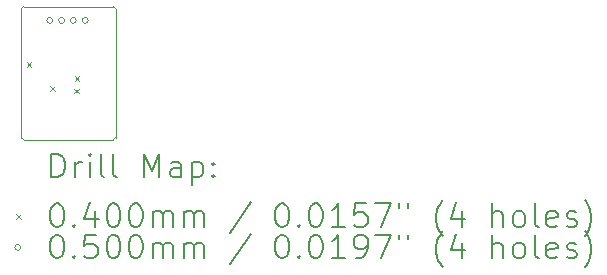
<source format=gbr>
%TF.GenerationSoftware,KiCad,Pcbnew,7.0.5-1.fc38*%
%TF.CreationDate,2023-07-07T14:29:09-04:00*%
%TF.ProjectId,bno085-i2c-board-v3-square,626e6f30-3835-42d6-9932-632d626f6172,rev?*%
%TF.SameCoordinates,Original*%
%TF.FileFunction,Drillmap*%
%TF.FilePolarity,Positive*%
%FSLAX45Y45*%
G04 Gerber Fmt 4.5, Leading zero omitted, Abs format (unit mm)*
G04 Created by KiCad (PCBNEW 7.0.5-1.fc38) date 2023-07-07 14:29:09*
%MOMM*%
%LPD*%
G01*
G04 APERTURE LIST*
%ADD10C,0.100000*%
%ADD11C,0.200000*%
%ADD12C,0.040000*%
%ADD13C,0.050000*%
G04 APERTURE END LIST*
D10*
X7240000Y-7490000D02*
G75*
G03*
X7260000Y-7470000I0J20000D01*
G01*
X7240000Y-6360000D02*
X6480000Y-6360000D01*
X6460000Y-7470000D02*
X6460000Y-6380000D01*
X7260000Y-6380000D02*
G75*
G03*
X7240000Y-6360000I-20000J0D01*
G01*
X7240000Y-7490000D02*
X6480000Y-7490000D01*
X6480000Y-6360000D02*
G75*
G03*
X6460000Y-6380000I0J-20000D01*
G01*
X6460000Y-7470000D02*
G75*
G03*
X6480000Y-7490000I20000J0D01*
G01*
X7260000Y-7470000D02*
X7260000Y-6380000D01*
D11*
D12*
X6505000Y-6830000D02*
X6545000Y-6870000D01*
X6545000Y-6830000D02*
X6505000Y-6870000D01*
X6705000Y-7036200D02*
X6745000Y-7076200D01*
X6745000Y-7036200D02*
X6705000Y-7076200D01*
X6905000Y-7055000D02*
X6945000Y-7095000D01*
X6945000Y-7055000D02*
X6905000Y-7095000D01*
X6912587Y-6946487D02*
X6952587Y-6986487D01*
X6952587Y-6946487D02*
X6912587Y-6986487D01*
D13*
X6725934Y-6477000D02*
G75*
G03*
X6725934Y-6477000I-25000J0D01*
G01*
X6825934Y-6477000D02*
G75*
G03*
X6825934Y-6477000I-25000J0D01*
G01*
X6925934Y-6477000D02*
G75*
G03*
X6925934Y-6477000I-25000J0D01*
G01*
X7025934Y-6477000D02*
G75*
G03*
X7025934Y-6477000I-25000J0D01*
G01*
D11*
X6715777Y-7806484D02*
X6715777Y-7606484D01*
X6715777Y-7606484D02*
X6763396Y-7606484D01*
X6763396Y-7606484D02*
X6791967Y-7616008D01*
X6791967Y-7616008D02*
X6811015Y-7635055D01*
X6811015Y-7635055D02*
X6820539Y-7654103D01*
X6820539Y-7654103D02*
X6830062Y-7692198D01*
X6830062Y-7692198D02*
X6830062Y-7720769D01*
X6830062Y-7720769D02*
X6820539Y-7758865D01*
X6820539Y-7758865D02*
X6811015Y-7777912D01*
X6811015Y-7777912D02*
X6791967Y-7796960D01*
X6791967Y-7796960D02*
X6763396Y-7806484D01*
X6763396Y-7806484D02*
X6715777Y-7806484D01*
X6915777Y-7806484D02*
X6915777Y-7673150D01*
X6915777Y-7711246D02*
X6925301Y-7692198D01*
X6925301Y-7692198D02*
X6934824Y-7682674D01*
X6934824Y-7682674D02*
X6953872Y-7673150D01*
X6953872Y-7673150D02*
X6972920Y-7673150D01*
X7039586Y-7806484D02*
X7039586Y-7673150D01*
X7039586Y-7606484D02*
X7030062Y-7616008D01*
X7030062Y-7616008D02*
X7039586Y-7625531D01*
X7039586Y-7625531D02*
X7049110Y-7616008D01*
X7049110Y-7616008D02*
X7039586Y-7606484D01*
X7039586Y-7606484D02*
X7039586Y-7625531D01*
X7163396Y-7806484D02*
X7144348Y-7796960D01*
X7144348Y-7796960D02*
X7134824Y-7777912D01*
X7134824Y-7777912D02*
X7134824Y-7606484D01*
X7268158Y-7806484D02*
X7249110Y-7796960D01*
X7249110Y-7796960D02*
X7239586Y-7777912D01*
X7239586Y-7777912D02*
X7239586Y-7606484D01*
X7496729Y-7806484D02*
X7496729Y-7606484D01*
X7496729Y-7606484D02*
X7563396Y-7749341D01*
X7563396Y-7749341D02*
X7630062Y-7606484D01*
X7630062Y-7606484D02*
X7630062Y-7806484D01*
X7811015Y-7806484D02*
X7811015Y-7701722D01*
X7811015Y-7701722D02*
X7801491Y-7682674D01*
X7801491Y-7682674D02*
X7782443Y-7673150D01*
X7782443Y-7673150D02*
X7744348Y-7673150D01*
X7744348Y-7673150D02*
X7725301Y-7682674D01*
X7811015Y-7796960D02*
X7791967Y-7806484D01*
X7791967Y-7806484D02*
X7744348Y-7806484D01*
X7744348Y-7806484D02*
X7725301Y-7796960D01*
X7725301Y-7796960D02*
X7715777Y-7777912D01*
X7715777Y-7777912D02*
X7715777Y-7758865D01*
X7715777Y-7758865D02*
X7725301Y-7739817D01*
X7725301Y-7739817D02*
X7744348Y-7730293D01*
X7744348Y-7730293D02*
X7791967Y-7730293D01*
X7791967Y-7730293D02*
X7811015Y-7720769D01*
X7906253Y-7673150D02*
X7906253Y-7873150D01*
X7906253Y-7682674D02*
X7925301Y-7673150D01*
X7925301Y-7673150D02*
X7963396Y-7673150D01*
X7963396Y-7673150D02*
X7982443Y-7682674D01*
X7982443Y-7682674D02*
X7991967Y-7692198D01*
X7991967Y-7692198D02*
X8001491Y-7711246D01*
X8001491Y-7711246D02*
X8001491Y-7768388D01*
X8001491Y-7768388D02*
X7991967Y-7787436D01*
X7991967Y-7787436D02*
X7982443Y-7796960D01*
X7982443Y-7796960D02*
X7963396Y-7806484D01*
X7963396Y-7806484D02*
X7925301Y-7806484D01*
X7925301Y-7806484D02*
X7906253Y-7796960D01*
X8087205Y-7787436D02*
X8096729Y-7796960D01*
X8096729Y-7796960D02*
X8087205Y-7806484D01*
X8087205Y-7806484D02*
X8077682Y-7796960D01*
X8077682Y-7796960D02*
X8087205Y-7787436D01*
X8087205Y-7787436D02*
X8087205Y-7806484D01*
X8087205Y-7682674D02*
X8096729Y-7692198D01*
X8096729Y-7692198D02*
X8087205Y-7701722D01*
X8087205Y-7701722D02*
X8077682Y-7692198D01*
X8077682Y-7692198D02*
X8087205Y-7682674D01*
X8087205Y-7682674D02*
X8087205Y-7701722D01*
D12*
X6415000Y-8115000D02*
X6455000Y-8155000D01*
X6455000Y-8115000D02*
X6415000Y-8155000D01*
D11*
X6753872Y-8026484D02*
X6772920Y-8026484D01*
X6772920Y-8026484D02*
X6791967Y-8036008D01*
X6791967Y-8036008D02*
X6801491Y-8045531D01*
X6801491Y-8045531D02*
X6811015Y-8064579D01*
X6811015Y-8064579D02*
X6820539Y-8102674D01*
X6820539Y-8102674D02*
X6820539Y-8150293D01*
X6820539Y-8150293D02*
X6811015Y-8188388D01*
X6811015Y-8188388D02*
X6801491Y-8207436D01*
X6801491Y-8207436D02*
X6791967Y-8216960D01*
X6791967Y-8216960D02*
X6772920Y-8226484D01*
X6772920Y-8226484D02*
X6753872Y-8226484D01*
X6753872Y-8226484D02*
X6734824Y-8216960D01*
X6734824Y-8216960D02*
X6725301Y-8207436D01*
X6725301Y-8207436D02*
X6715777Y-8188388D01*
X6715777Y-8188388D02*
X6706253Y-8150293D01*
X6706253Y-8150293D02*
X6706253Y-8102674D01*
X6706253Y-8102674D02*
X6715777Y-8064579D01*
X6715777Y-8064579D02*
X6725301Y-8045531D01*
X6725301Y-8045531D02*
X6734824Y-8036008D01*
X6734824Y-8036008D02*
X6753872Y-8026484D01*
X6906253Y-8207436D02*
X6915777Y-8216960D01*
X6915777Y-8216960D02*
X6906253Y-8226484D01*
X6906253Y-8226484D02*
X6896729Y-8216960D01*
X6896729Y-8216960D02*
X6906253Y-8207436D01*
X6906253Y-8207436D02*
X6906253Y-8226484D01*
X7087205Y-8093150D02*
X7087205Y-8226484D01*
X7039586Y-8016960D02*
X6991967Y-8159817D01*
X6991967Y-8159817D02*
X7115777Y-8159817D01*
X7230062Y-8026484D02*
X7249110Y-8026484D01*
X7249110Y-8026484D02*
X7268158Y-8036008D01*
X7268158Y-8036008D02*
X7277682Y-8045531D01*
X7277682Y-8045531D02*
X7287205Y-8064579D01*
X7287205Y-8064579D02*
X7296729Y-8102674D01*
X7296729Y-8102674D02*
X7296729Y-8150293D01*
X7296729Y-8150293D02*
X7287205Y-8188388D01*
X7287205Y-8188388D02*
X7277682Y-8207436D01*
X7277682Y-8207436D02*
X7268158Y-8216960D01*
X7268158Y-8216960D02*
X7249110Y-8226484D01*
X7249110Y-8226484D02*
X7230062Y-8226484D01*
X7230062Y-8226484D02*
X7211015Y-8216960D01*
X7211015Y-8216960D02*
X7201491Y-8207436D01*
X7201491Y-8207436D02*
X7191967Y-8188388D01*
X7191967Y-8188388D02*
X7182443Y-8150293D01*
X7182443Y-8150293D02*
X7182443Y-8102674D01*
X7182443Y-8102674D02*
X7191967Y-8064579D01*
X7191967Y-8064579D02*
X7201491Y-8045531D01*
X7201491Y-8045531D02*
X7211015Y-8036008D01*
X7211015Y-8036008D02*
X7230062Y-8026484D01*
X7420539Y-8026484D02*
X7439586Y-8026484D01*
X7439586Y-8026484D02*
X7458634Y-8036008D01*
X7458634Y-8036008D02*
X7468158Y-8045531D01*
X7468158Y-8045531D02*
X7477682Y-8064579D01*
X7477682Y-8064579D02*
X7487205Y-8102674D01*
X7487205Y-8102674D02*
X7487205Y-8150293D01*
X7487205Y-8150293D02*
X7477682Y-8188388D01*
X7477682Y-8188388D02*
X7468158Y-8207436D01*
X7468158Y-8207436D02*
X7458634Y-8216960D01*
X7458634Y-8216960D02*
X7439586Y-8226484D01*
X7439586Y-8226484D02*
X7420539Y-8226484D01*
X7420539Y-8226484D02*
X7401491Y-8216960D01*
X7401491Y-8216960D02*
X7391967Y-8207436D01*
X7391967Y-8207436D02*
X7382443Y-8188388D01*
X7382443Y-8188388D02*
X7372920Y-8150293D01*
X7372920Y-8150293D02*
X7372920Y-8102674D01*
X7372920Y-8102674D02*
X7382443Y-8064579D01*
X7382443Y-8064579D02*
X7391967Y-8045531D01*
X7391967Y-8045531D02*
X7401491Y-8036008D01*
X7401491Y-8036008D02*
X7420539Y-8026484D01*
X7572920Y-8226484D02*
X7572920Y-8093150D01*
X7572920Y-8112198D02*
X7582443Y-8102674D01*
X7582443Y-8102674D02*
X7601491Y-8093150D01*
X7601491Y-8093150D02*
X7630063Y-8093150D01*
X7630063Y-8093150D02*
X7649110Y-8102674D01*
X7649110Y-8102674D02*
X7658634Y-8121722D01*
X7658634Y-8121722D02*
X7658634Y-8226484D01*
X7658634Y-8121722D02*
X7668158Y-8102674D01*
X7668158Y-8102674D02*
X7687205Y-8093150D01*
X7687205Y-8093150D02*
X7715777Y-8093150D01*
X7715777Y-8093150D02*
X7734824Y-8102674D01*
X7734824Y-8102674D02*
X7744348Y-8121722D01*
X7744348Y-8121722D02*
X7744348Y-8226484D01*
X7839586Y-8226484D02*
X7839586Y-8093150D01*
X7839586Y-8112198D02*
X7849110Y-8102674D01*
X7849110Y-8102674D02*
X7868158Y-8093150D01*
X7868158Y-8093150D02*
X7896729Y-8093150D01*
X7896729Y-8093150D02*
X7915777Y-8102674D01*
X7915777Y-8102674D02*
X7925301Y-8121722D01*
X7925301Y-8121722D02*
X7925301Y-8226484D01*
X7925301Y-8121722D02*
X7934824Y-8102674D01*
X7934824Y-8102674D02*
X7953872Y-8093150D01*
X7953872Y-8093150D02*
X7982443Y-8093150D01*
X7982443Y-8093150D02*
X8001491Y-8102674D01*
X8001491Y-8102674D02*
X8011015Y-8121722D01*
X8011015Y-8121722D02*
X8011015Y-8226484D01*
X8401491Y-8016960D02*
X8230063Y-8274103D01*
X8658634Y-8026484D02*
X8677682Y-8026484D01*
X8677682Y-8026484D02*
X8696729Y-8036008D01*
X8696729Y-8036008D02*
X8706253Y-8045531D01*
X8706253Y-8045531D02*
X8715777Y-8064579D01*
X8715777Y-8064579D02*
X8725301Y-8102674D01*
X8725301Y-8102674D02*
X8725301Y-8150293D01*
X8725301Y-8150293D02*
X8715777Y-8188388D01*
X8715777Y-8188388D02*
X8706253Y-8207436D01*
X8706253Y-8207436D02*
X8696729Y-8216960D01*
X8696729Y-8216960D02*
X8677682Y-8226484D01*
X8677682Y-8226484D02*
X8658634Y-8226484D01*
X8658634Y-8226484D02*
X8639587Y-8216960D01*
X8639587Y-8216960D02*
X8630063Y-8207436D01*
X8630063Y-8207436D02*
X8620539Y-8188388D01*
X8620539Y-8188388D02*
X8611015Y-8150293D01*
X8611015Y-8150293D02*
X8611015Y-8102674D01*
X8611015Y-8102674D02*
X8620539Y-8064579D01*
X8620539Y-8064579D02*
X8630063Y-8045531D01*
X8630063Y-8045531D02*
X8639587Y-8036008D01*
X8639587Y-8036008D02*
X8658634Y-8026484D01*
X8811015Y-8207436D02*
X8820539Y-8216960D01*
X8820539Y-8216960D02*
X8811015Y-8226484D01*
X8811015Y-8226484D02*
X8801491Y-8216960D01*
X8801491Y-8216960D02*
X8811015Y-8207436D01*
X8811015Y-8207436D02*
X8811015Y-8226484D01*
X8944348Y-8026484D02*
X8963396Y-8026484D01*
X8963396Y-8026484D02*
X8982444Y-8036008D01*
X8982444Y-8036008D02*
X8991968Y-8045531D01*
X8991968Y-8045531D02*
X9001491Y-8064579D01*
X9001491Y-8064579D02*
X9011015Y-8102674D01*
X9011015Y-8102674D02*
X9011015Y-8150293D01*
X9011015Y-8150293D02*
X9001491Y-8188388D01*
X9001491Y-8188388D02*
X8991968Y-8207436D01*
X8991968Y-8207436D02*
X8982444Y-8216960D01*
X8982444Y-8216960D02*
X8963396Y-8226484D01*
X8963396Y-8226484D02*
X8944348Y-8226484D01*
X8944348Y-8226484D02*
X8925301Y-8216960D01*
X8925301Y-8216960D02*
X8915777Y-8207436D01*
X8915777Y-8207436D02*
X8906253Y-8188388D01*
X8906253Y-8188388D02*
X8896729Y-8150293D01*
X8896729Y-8150293D02*
X8896729Y-8102674D01*
X8896729Y-8102674D02*
X8906253Y-8064579D01*
X8906253Y-8064579D02*
X8915777Y-8045531D01*
X8915777Y-8045531D02*
X8925301Y-8036008D01*
X8925301Y-8036008D02*
X8944348Y-8026484D01*
X9201491Y-8226484D02*
X9087206Y-8226484D01*
X9144348Y-8226484D02*
X9144348Y-8026484D01*
X9144348Y-8026484D02*
X9125301Y-8055055D01*
X9125301Y-8055055D02*
X9106253Y-8074103D01*
X9106253Y-8074103D02*
X9087206Y-8083627D01*
X9382444Y-8026484D02*
X9287206Y-8026484D01*
X9287206Y-8026484D02*
X9277682Y-8121722D01*
X9277682Y-8121722D02*
X9287206Y-8112198D01*
X9287206Y-8112198D02*
X9306253Y-8102674D01*
X9306253Y-8102674D02*
X9353872Y-8102674D01*
X9353872Y-8102674D02*
X9372920Y-8112198D01*
X9372920Y-8112198D02*
X9382444Y-8121722D01*
X9382444Y-8121722D02*
X9391968Y-8140769D01*
X9391968Y-8140769D02*
X9391968Y-8188388D01*
X9391968Y-8188388D02*
X9382444Y-8207436D01*
X9382444Y-8207436D02*
X9372920Y-8216960D01*
X9372920Y-8216960D02*
X9353872Y-8226484D01*
X9353872Y-8226484D02*
X9306253Y-8226484D01*
X9306253Y-8226484D02*
X9287206Y-8216960D01*
X9287206Y-8216960D02*
X9277682Y-8207436D01*
X9458634Y-8026484D02*
X9591968Y-8026484D01*
X9591968Y-8026484D02*
X9506253Y-8226484D01*
X9658634Y-8026484D02*
X9658634Y-8064579D01*
X9734825Y-8026484D02*
X9734825Y-8064579D01*
X10030063Y-8302674D02*
X10020539Y-8293150D01*
X10020539Y-8293150D02*
X10001491Y-8264579D01*
X10001491Y-8264579D02*
X9991968Y-8245531D01*
X9991968Y-8245531D02*
X9982444Y-8216960D01*
X9982444Y-8216960D02*
X9972920Y-8169341D01*
X9972920Y-8169341D02*
X9972920Y-8131246D01*
X9972920Y-8131246D02*
X9982444Y-8083627D01*
X9982444Y-8083627D02*
X9991968Y-8055055D01*
X9991968Y-8055055D02*
X10001491Y-8036008D01*
X10001491Y-8036008D02*
X10020539Y-8007436D01*
X10020539Y-8007436D02*
X10030063Y-7997912D01*
X10191968Y-8093150D02*
X10191968Y-8226484D01*
X10144349Y-8016960D02*
X10096730Y-8159817D01*
X10096730Y-8159817D02*
X10220539Y-8159817D01*
X10449111Y-8226484D02*
X10449111Y-8026484D01*
X10534825Y-8226484D02*
X10534825Y-8121722D01*
X10534825Y-8121722D02*
X10525301Y-8102674D01*
X10525301Y-8102674D02*
X10506253Y-8093150D01*
X10506253Y-8093150D02*
X10477682Y-8093150D01*
X10477682Y-8093150D02*
X10458634Y-8102674D01*
X10458634Y-8102674D02*
X10449111Y-8112198D01*
X10658634Y-8226484D02*
X10639587Y-8216960D01*
X10639587Y-8216960D02*
X10630063Y-8207436D01*
X10630063Y-8207436D02*
X10620539Y-8188388D01*
X10620539Y-8188388D02*
X10620539Y-8131246D01*
X10620539Y-8131246D02*
X10630063Y-8112198D01*
X10630063Y-8112198D02*
X10639587Y-8102674D01*
X10639587Y-8102674D02*
X10658634Y-8093150D01*
X10658634Y-8093150D02*
X10687206Y-8093150D01*
X10687206Y-8093150D02*
X10706253Y-8102674D01*
X10706253Y-8102674D02*
X10715777Y-8112198D01*
X10715777Y-8112198D02*
X10725301Y-8131246D01*
X10725301Y-8131246D02*
X10725301Y-8188388D01*
X10725301Y-8188388D02*
X10715777Y-8207436D01*
X10715777Y-8207436D02*
X10706253Y-8216960D01*
X10706253Y-8216960D02*
X10687206Y-8226484D01*
X10687206Y-8226484D02*
X10658634Y-8226484D01*
X10839587Y-8226484D02*
X10820539Y-8216960D01*
X10820539Y-8216960D02*
X10811015Y-8197912D01*
X10811015Y-8197912D02*
X10811015Y-8026484D01*
X10991968Y-8216960D02*
X10972920Y-8226484D01*
X10972920Y-8226484D02*
X10934825Y-8226484D01*
X10934825Y-8226484D02*
X10915777Y-8216960D01*
X10915777Y-8216960D02*
X10906253Y-8197912D01*
X10906253Y-8197912D02*
X10906253Y-8121722D01*
X10906253Y-8121722D02*
X10915777Y-8102674D01*
X10915777Y-8102674D02*
X10934825Y-8093150D01*
X10934825Y-8093150D02*
X10972920Y-8093150D01*
X10972920Y-8093150D02*
X10991968Y-8102674D01*
X10991968Y-8102674D02*
X11001492Y-8121722D01*
X11001492Y-8121722D02*
X11001492Y-8140769D01*
X11001492Y-8140769D02*
X10906253Y-8159817D01*
X11077682Y-8216960D02*
X11096730Y-8226484D01*
X11096730Y-8226484D02*
X11134825Y-8226484D01*
X11134825Y-8226484D02*
X11153873Y-8216960D01*
X11153873Y-8216960D02*
X11163396Y-8197912D01*
X11163396Y-8197912D02*
X11163396Y-8188388D01*
X11163396Y-8188388D02*
X11153873Y-8169341D01*
X11153873Y-8169341D02*
X11134825Y-8159817D01*
X11134825Y-8159817D02*
X11106253Y-8159817D01*
X11106253Y-8159817D02*
X11087206Y-8150293D01*
X11087206Y-8150293D02*
X11077682Y-8131246D01*
X11077682Y-8131246D02*
X11077682Y-8121722D01*
X11077682Y-8121722D02*
X11087206Y-8102674D01*
X11087206Y-8102674D02*
X11106253Y-8093150D01*
X11106253Y-8093150D02*
X11134825Y-8093150D01*
X11134825Y-8093150D02*
X11153873Y-8102674D01*
X11230063Y-8302674D02*
X11239587Y-8293150D01*
X11239587Y-8293150D02*
X11258634Y-8264579D01*
X11258634Y-8264579D02*
X11268158Y-8245531D01*
X11268158Y-8245531D02*
X11277682Y-8216960D01*
X11277682Y-8216960D02*
X11287206Y-8169341D01*
X11287206Y-8169341D02*
X11287206Y-8131246D01*
X11287206Y-8131246D02*
X11277682Y-8083627D01*
X11277682Y-8083627D02*
X11268158Y-8055055D01*
X11268158Y-8055055D02*
X11258634Y-8036008D01*
X11258634Y-8036008D02*
X11239587Y-8007436D01*
X11239587Y-8007436D02*
X11230063Y-7997912D01*
D13*
X6455000Y-8399000D02*
G75*
G03*
X6455000Y-8399000I-25000J0D01*
G01*
D11*
X6753872Y-8290484D02*
X6772920Y-8290484D01*
X6772920Y-8290484D02*
X6791967Y-8300008D01*
X6791967Y-8300008D02*
X6801491Y-8309531D01*
X6801491Y-8309531D02*
X6811015Y-8328579D01*
X6811015Y-8328579D02*
X6820539Y-8366674D01*
X6820539Y-8366674D02*
X6820539Y-8414293D01*
X6820539Y-8414293D02*
X6811015Y-8452389D01*
X6811015Y-8452389D02*
X6801491Y-8471436D01*
X6801491Y-8471436D02*
X6791967Y-8480960D01*
X6791967Y-8480960D02*
X6772920Y-8490484D01*
X6772920Y-8490484D02*
X6753872Y-8490484D01*
X6753872Y-8490484D02*
X6734824Y-8480960D01*
X6734824Y-8480960D02*
X6725301Y-8471436D01*
X6725301Y-8471436D02*
X6715777Y-8452389D01*
X6715777Y-8452389D02*
X6706253Y-8414293D01*
X6706253Y-8414293D02*
X6706253Y-8366674D01*
X6706253Y-8366674D02*
X6715777Y-8328579D01*
X6715777Y-8328579D02*
X6725301Y-8309531D01*
X6725301Y-8309531D02*
X6734824Y-8300008D01*
X6734824Y-8300008D02*
X6753872Y-8290484D01*
X6906253Y-8471436D02*
X6915777Y-8480960D01*
X6915777Y-8480960D02*
X6906253Y-8490484D01*
X6906253Y-8490484D02*
X6896729Y-8480960D01*
X6896729Y-8480960D02*
X6906253Y-8471436D01*
X6906253Y-8471436D02*
X6906253Y-8490484D01*
X7096729Y-8290484D02*
X7001491Y-8290484D01*
X7001491Y-8290484D02*
X6991967Y-8385722D01*
X6991967Y-8385722D02*
X7001491Y-8376198D01*
X7001491Y-8376198D02*
X7020539Y-8366674D01*
X7020539Y-8366674D02*
X7068158Y-8366674D01*
X7068158Y-8366674D02*
X7087205Y-8376198D01*
X7087205Y-8376198D02*
X7096729Y-8385722D01*
X7096729Y-8385722D02*
X7106253Y-8404770D01*
X7106253Y-8404770D02*
X7106253Y-8452389D01*
X7106253Y-8452389D02*
X7096729Y-8471436D01*
X7096729Y-8471436D02*
X7087205Y-8480960D01*
X7087205Y-8480960D02*
X7068158Y-8490484D01*
X7068158Y-8490484D02*
X7020539Y-8490484D01*
X7020539Y-8490484D02*
X7001491Y-8480960D01*
X7001491Y-8480960D02*
X6991967Y-8471436D01*
X7230062Y-8290484D02*
X7249110Y-8290484D01*
X7249110Y-8290484D02*
X7268158Y-8300008D01*
X7268158Y-8300008D02*
X7277682Y-8309531D01*
X7277682Y-8309531D02*
X7287205Y-8328579D01*
X7287205Y-8328579D02*
X7296729Y-8366674D01*
X7296729Y-8366674D02*
X7296729Y-8414293D01*
X7296729Y-8414293D02*
X7287205Y-8452389D01*
X7287205Y-8452389D02*
X7277682Y-8471436D01*
X7277682Y-8471436D02*
X7268158Y-8480960D01*
X7268158Y-8480960D02*
X7249110Y-8490484D01*
X7249110Y-8490484D02*
X7230062Y-8490484D01*
X7230062Y-8490484D02*
X7211015Y-8480960D01*
X7211015Y-8480960D02*
X7201491Y-8471436D01*
X7201491Y-8471436D02*
X7191967Y-8452389D01*
X7191967Y-8452389D02*
X7182443Y-8414293D01*
X7182443Y-8414293D02*
X7182443Y-8366674D01*
X7182443Y-8366674D02*
X7191967Y-8328579D01*
X7191967Y-8328579D02*
X7201491Y-8309531D01*
X7201491Y-8309531D02*
X7211015Y-8300008D01*
X7211015Y-8300008D02*
X7230062Y-8290484D01*
X7420539Y-8290484D02*
X7439586Y-8290484D01*
X7439586Y-8290484D02*
X7458634Y-8300008D01*
X7458634Y-8300008D02*
X7468158Y-8309531D01*
X7468158Y-8309531D02*
X7477682Y-8328579D01*
X7477682Y-8328579D02*
X7487205Y-8366674D01*
X7487205Y-8366674D02*
X7487205Y-8414293D01*
X7487205Y-8414293D02*
X7477682Y-8452389D01*
X7477682Y-8452389D02*
X7468158Y-8471436D01*
X7468158Y-8471436D02*
X7458634Y-8480960D01*
X7458634Y-8480960D02*
X7439586Y-8490484D01*
X7439586Y-8490484D02*
X7420539Y-8490484D01*
X7420539Y-8490484D02*
X7401491Y-8480960D01*
X7401491Y-8480960D02*
X7391967Y-8471436D01*
X7391967Y-8471436D02*
X7382443Y-8452389D01*
X7382443Y-8452389D02*
X7372920Y-8414293D01*
X7372920Y-8414293D02*
X7372920Y-8366674D01*
X7372920Y-8366674D02*
X7382443Y-8328579D01*
X7382443Y-8328579D02*
X7391967Y-8309531D01*
X7391967Y-8309531D02*
X7401491Y-8300008D01*
X7401491Y-8300008D02*
X7420539Y-8290484D01*
X7572920Y-8490484D02*
X7572920Y-8357150D01*
X7572920Y-8376198D02*
X7582443Y-8366674D01*
X7582443Y-8366674D02*
X7601491Y-8357150D01*
X7601491Y-8357150D02*
X7630063Y-8357150D01*
X7630063Y-8357150D02*
X7649110Y-8366674D01*
X7649110Y-8366674D02*
X7658634Y-8385722D01*
X7658634Y-8385722D02*
X7658634Y-8490484D01*
X7658634Y-8385722D02*
X7668158Y-8366674D01*
X7668158Y-8366674D02*
X7687205Y-8357150D01*
X7687205Y-8357150D02*
X7715777Y-8357150D01*
X7715777Y-8357150D02*
X7734824Y-8366674D01*
X7734824Y-8366674D02*
X7744348Y-8385722D01*
X7744348Y-8385722D02*
X7744348Y-8490484D01*
X7839586Y-8490484D02*
X7839586Y-8357150D01*
X7839586Y-8376198D02*
X7849110Y-8366674D01*
X7849110Y-8366674D02*
X7868158Y-8357150D01*
X7868158Y-8357150D02*
X7896729Y-8357150D01*
X7896729Y-8357150D02*
X7915777Y-8366674D01*
X7915777Y-8366674D02*
X7925301Y-8385722D01*
X7925301Y-8385722D02*
X7925301Y-8490484D01*
X7925301Y-8385722D02*
X7934824Y-8366674D01*
X7934824Y-8366674D02*
X7953872Y-8357150D01*
X7953872Y-8357150D02*
X7982443Y-8357150D01*
X7982443Y-8357150D02*
X8001491Y-8366674D01*
X8001491Y-8366674D02*
X8011015Y-8385722D01*
X8011015Y-8385722D02*
X8011015Y-8490484D01*
X8401491Y-8280960D02*
X8230063Y-8538103D01*
X8658634Y-8290484D02*
X8677682Y-8290484D01*
X8677682Y-8290484D02*
X8696729Y-8300008D01*
X8696729Y-8300008D02*
X8706253Y-8309531D01*
X8706253Y-8309531D02*
X8715777Y-8328579D01*
X8715777Y-8328579D02*
X8725301Y-8366674D01*
X8725301Y-8366674D02*
X8725301Y-8414293D01*
X8725301Y-8414293D02*
X8715777Y-8452389D01*
X8715777Y-8452389D02*
X8706253Y-8471436D01*
X8706253Y-8471436D02*
X8696729Y-8480960D01*
X8696729Y-8480960D02*
X8677682Y-8490484D01*
X8677682Y-8490484D02*
X8658634Y-8490484D01*
X8658634Y-8490484D02*
X8639587Y-8480960D01*
X8639587Y-8480960D02*
X8630063Y-8471436D01*
X8630063Y-8471436D02*
X8620539Y-8452389D01*
X8620539Y-8452389D02*
X8611015Y-8414293D01*
X8611015Y-8414293D02*
X8611015Y-8366674D01*
X8611015Y-8366674D02*
X8620539Y-8328579D01*
X8620539Y-8328579D02*
X8630063Y-8309531D01*
X8630063Y-8309531D02*
X8639587Y-8300008D01*
X8639587Y-8300008D02*
X8658634Y-8290484D01*
X8811015Y-8471436D02*
X8820539Y-8480960D01*
X8820539Y-8480960D02*
X8811015Y-8490484D01*
X8811015Y-8490484D02*
X8801491Y-8480960D01*
X8801491Y-8480960D02*
X8811015Y-8471436D01*
X8811015Y-8471436D02*
X8811015Y-8490484D01*
X8944348Y-8290484D02*
X8963396Y-8290484D01*
X8963396Y-8290484D02*
X8982444Y-8300008D01*
X8982444Y-8300008D02*
X8991968Y-8309531D01*
X8991968Y-8309531D02*
X9001491Y-8328579D01*
X9001491Y-8328579D02*
X9011015Y-8366674D01*
X9011015Y-8366674D02*
X9011015Y-8414293D01*
X9011015Y-8414293D02*
X9001491Y-8452389D01*
X9001491Y-8452389D02*
X8991968Y-8471436D01*
X8991968Y-8471436D02*
X8982444Y-8480960D01*
X8982444Y-8480960D02*
X8963396Y-8490484D01*
X8963396Y-8490484D02*
X8944348Y-8490484D01*
X8944348Y-8490484D02*
X8925301Y-8480960D01*
X8925301Y-8480960D02*
X8915777Y-8471436D01*
X8915777Y-8471436D02*
X8906253Y-8452389D01*
X8906253Y-8452389D02*
X8896729Y-8414293D01*
X8896729Y-8414293D02*
X8896729Y-8366674D01*
X8896729Y-8366674D02*
X8906253Y-8328579D01*
X8906253Y-8328579D02*
X8915777Y-8309531D01*
X8915777Y-8309531D02*
X8925301Y-8300008D01*
X8925301Y-8300008D02*
X8944348Y-8290484D01*
X9201491Y-8490484D02*
X9087206Y-8490484D01*
X9144348Y-8490484D02*
X9144348Y-8290484D01*
X9144348Y-8290484D02*
X9125301Y-8319055D01*
X9125301Y-8319055D02*
X9106253Y-8338103D01*
X9106253Y-8338103D02*
X9087206Y-8347627D01*
X9296729Y-8490484D02*
X9334825Y-8490484D01*
X9334825Y-8490484D02*
X9353872Y-8480960D01*
X9353872Y-8480960D02*
X9363396Y-8471436D01*
X9363396Y-8471436D02*
X9382444Y-8442865D01*
X9382444Y-8442865D02*
X9391968Y-8404770D01*
X9391968Y-8404770D02*
X9391968Y-8328579D01*
X9391968Y-8328579D02*
X9382444Y-8309531D01*
X9382444Y-8309531D02*
X9372920Y-8300008D01*
X9372920Y-8300008D02*
X9353872Y-8290484D01*
X9353872Y-8290484D02*
X9315777Y-8290484D01*
X9315777Y-8290484D02*
X9296729Y-8300008D01*
X9296729Y-8300008D02*
X9287206Y-8309531D01*
X9287206Y-8309531D02*
X9277682Y-8328579D01*
X9277682Y-8328579D02*
X9277682Y-8376198D01*
X9277682Y-8376198D02*
X9287206Y-8395246D01*
X9287206Y-8395246D02*
X9296729Y-8404770D01*
X9296729Y-8404770D02*
X9315777Y-8414293D01*
X9315777Y-8414293D02*
X9353872Y-8414293D01*
X9353872Y-8414293D02*
X9372920Y-8404770D01*
X9372920Y-8404770D02*
X9382444Y-8395246D01*
X9382444Y-8395246D02*
X9391968Y-8376198D01*
X9458634Y-8290484D02*
X9591968Y-8290484D01*
X9591968Y-8290484D02*
X9506253Y-8490484D01*
X9658634Y-8290484D02*
X9658634Y-8328579D01*
X9734825Y-8290484D02*
X9734825Y-8328579D01*
X10030063Y-8566674D02*
X10020539Y-8557150D01*
X10020539Y-8557150D02*
X10001491Y-8528579D01*
X10001491Y-8528579D02*
X9991968Y-8509531D01*
X9991968Y-8509531D02*
X9982444Y-8480960D01*
X9982444Y-8480960D02*
X9972920Y-8433341D01*
X9972920Y-8433341D02*
X9972920Y-8395246D01*
X9972920Y-8395246D02*
X9982444Y-8347627D01*
X9982444Y-8347627D02*
X9991968Y-8319055D01*
X9991968Y-8319055D02*
X10001491Y-8300008D01*
X10001491Y-8300008D02*
X10020539Y-8271436D01*
X10020539Y-8271436D02*
X10030063Y-8261912D01*
X10191968Y-8357150D02*
X10191968Y-8490484D01*
X10144349Y-8280960D02*
X10096730Y-8423817D01*
X10096730Y-8423817D02*
X10220539Y-8423817D01*
X10449111Y-8490484D02*
X10449111Y-8290484D01*
X10534825Y-8490484D02*
X10534825Y-8385722D01*
X10534825Y-8385722D02*
X10525301Y-8366674D01*
X10525301Y-8366674D02*
X10506253Y-8357150D01*
X10506253Y-8357150D02*
X10477682Y-8357150D01*
X10477682Y-8357150D02*
X10458634Y-8366674D01*
X10458634Y-8366674D02*
X10449111Y-8376198D01*
X10658634Y-8490484D02*
X10639587Y-8480960D01*
X10639587Y-8480960D02*
X10630063Y-8471436D01*
X10630063Y-8471436D02*
X10620539Y-8452389D01*
X10620539Y-8452389D02*
X10620539Y-8395246D01*
X10620539Y-8395246D02*
X10630063Y-8376198D01*
X10630063Y-8376198D02*
X10639587Y-8366674D01*
X10639587Y-8366674D02*
X10658634Y-8357150D01*
X10658634Y-8357150D02*
X10687206Y-8357150D01*
X10687206Y-8357150D02*
X10706253Y-8366674D01*
X10706253Y-8366674D02*
X10715777Y-8376198D01*
X10715777Y-8376198D02*
X10725301Y-8395246D01*
X10725301Y-8395246D02*
X10725301Y-8452389D01*
X10725301Y-8452389D02*
X10715777Y-8471436D01*
X10715777Y-8471436D02*
X10706253Y-8480960D01*
X10706253Y-8480960D02*
X10687206Y-8490484D01*
X10687206Y-8490484D02*
X10658634Y-8490484D01*
X10839587Y-8490484D02*
X10820539Y-8480960D01*
X10820539Y-8480960D02*
X10811015Y-8461912D01*
X10811015Y-8461912D02*
X10811015Y-8290484D01*
X10991968Y-8480960D02*
X10972920Y-8490484D01*
X10972920Y-8490484D02*
X10934825Y-8490484D01*
X10934825Y-8490484D02*
X10915777Y-8480960D01*
X10915777Y-8480960D02*
X10906253Y-8461912D01*
X10906253Y-8461912D02*
X10906253Y-8385722D01*
X10906253Y-8385722D02*
X10915777Y-8366674D01*
X10915777Y-8366674D02*
X10934825Y-8357150D01*
X10934825Y-8357150D02*
X10972920Y-8357150D01*
X10972920Y-8357150D02*
X10991968Y-8366674D01*
X10991968Y-8366674D02*
X11001492Y-8385722D01*
X11001492Y-8385722D02*
X11001492Y-8404770D01*
X11001492Y-8404770D02*
X10906253Y-8423817D01*
X11077682Y-8480960D02*
X11096730Y-8490484D01*
X11096730Y-8490484D02*
X11134825Y-8490484D01*
X11134825Y-8490484D02*
X11153873Y-8480960D01*
X11153873Y-8480960D02*
X11163396Y-8461912D01*
X11163396Y-8461912D02*
X11163396Y-8452389D01*
X11163396Y-8452389D02*
X11153873Y-8433341D01*
X11153873Y-8433341D02*
X11134825Y-8423817D01*
X11134825Y-8423817D02*
X11106253Y-8423817D01*
X11106253Y-8423817D02*
X11087206Y-8414293D01*
X11087206Y-8414293D02*
X11077682Y-8395246D01*
X11077682Y-8395246D02*
X11077682Y-8385722D01*
X11077682Y-8385722D02*
X11087206Y-8366674D01*
X11087206Y-8366674D02*
X11106253Y-8357150D01*
X11106253Y-8357150D02*
X11134825Y-8357150D01*
X11134825Y-8357150D02*
X11153873Y-8366674D01*
X11230063Y-8566674D02*
X11239587Y-8557150D01*
X11239587Y-8557150D02*
X11258634Y-8528579D01*
X11258634Y-8528579D02*
X11268158Y-8509531D01*
X11268158Y-8509531D02*
X11277682Y-8480960D01*
X11277682Y-8480960D02*
X11287206Y-8433341D01*
X11287206Y-8433341D02*
X11287206Y-8395246D01*
X11287206Y-8395246D02*
X11277682Y-8347627D01*
X11277682Y-8347627D02*
X11268158Y-8319055D01*
X11268158Y-8319055D02*
X11258634Y-8300008D01*
X11258634Y-8300008D02*
X11239587Y-8271436D01*
X11239587Y-8271436D02*
X11230063Y-8261912D01*
M02*

</source>
